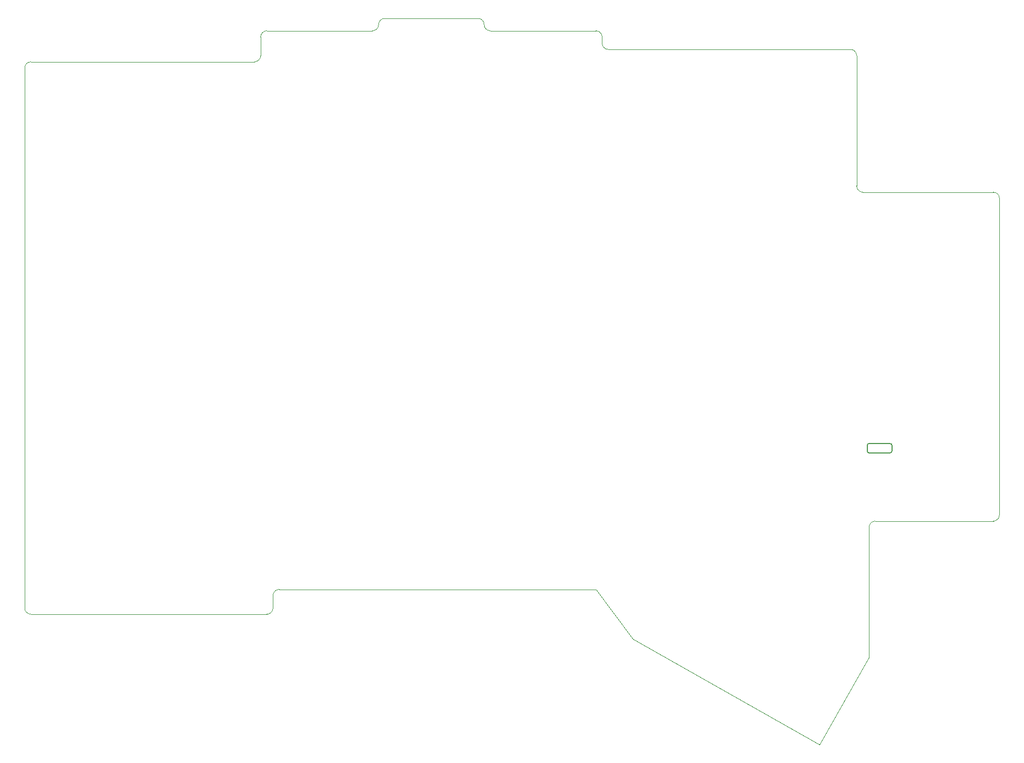
<source format=gbr>
G04 #@! TF.GenerationSoftware,KiCad,Pcbnew,(6.0.1-0)*
G04 #@! TF.CreationDate,2022-02-27T00:26:46+08:00*
G04 #@! TF.ProjectId,nut-kb,6e75742d-6b62-42e6-9b69-6361645f7063,rev?*
G04 #@! TF.SameCoordinates,Original*
G04 #@! TF.FileFunction,Profile,NP*
%FSLAX46Y46*%
G04 Gerber Fmt 4.6, Leading zero omitted, Abs format (unit mm)*
G04 Created by KiCad (PCBNEW (6.0.1-0)) date 2022-02-27 00:26:46*
%MOMM*%
%LPD*%
G01*
G04 APERTURE LIST*
G04 #@! TA.AperFunction,Profile*
%ADD10C,0.100000*%
G04 #@! TD*
G04 #@! TA.AperFunction,Profile*
%ADD11C,0.150000*%
G04 #@! TD*
G04 APERTURE END LIST*
D10*
X174000000Y-201000000D02*
G75*
G03*
X173000000Y-202000000I-1J-999999D01*
G01*
X130000000Y-124000000D02*
G75*
G03*
X131000000Y-125000000I999999J-1D01*
G01*
X130000000Y-123000000D02*
G75*
G03*
X129000000Y-122000000I-999999J1D01*
G01*
X111000000Y-121000000D02*
G75*
G03*
X112000000Y-122000000I999999J-1D01*
G01*
X111000000Y-121000000D02*
G75*
G03*
X110000000Y-120000000I-999999J1D01*
G01*
X95000000Y-120000000D02*
G75*
G03*
X94000000Y-121000000I-1J-999999D01*
G01*
X93000000Y-122000000D02*
G75*
G03*
X94000000Y-121000000I1J999999D01*
G01*
X76000000Y-122000000D02*
G75*
G03*
X75000000Y-123000000I-1J-999999D01*
G01*
X74000000Y-127000000D02*
G75*
G03*
X75000000Y-126000000I1J999999D01*
G01*
X38000000Y-127000000D02*
G75*
G03*
X37000000Y-128000000I-1J-999999D01*
G01*
X37000000Y-215000000D02*
G75*
G03*
X38000000Y-216000000I999999J-1D01*
G01*
X76000000Y-216000000D02*
G75*
G03*
X77000000Y-215000000I1J999999D01*
G01*
X78000000Y-212000000D02*
G75*
G03*
X77000000Y-213000000I-1J-999999D01*
G01*
X193000000Y-201000000D02*
G75*
G03*
X194000000Y-200000000I1J999999D01*
G01*
X174000000Y-201000000D02*
X193000000Y-201000000D01*
X173000000Y-223000000D02*
X173000000Y-202000000D01*
X165000000Y-237000000D02*
X173000000Y-223000000D01*
X194000000Y-149000000D02*
G75*
G03*
X193000000Y-148000000I-999999J1D01*
G01*
X171000000Y-147000000D02*
G75*
G03*
X172000000Y-148000000I999999J-1D01*
G01*
X171000000Y-126000000D02*
G75*
G03*
X170000000Y-125000000I-1000000J0D01*
G01*
X170000000Y-125000000D02*
X168000000Y-125000000D01*
X171000000Y-147000000D02*
X171000000Y-126000000D01*
X193000000Y-148000000D02*
X172000000Y-148000000D01*
X37000000Y-215000000D02*
X37000000Y-128000000D01*
X76000000Y-216000000D02*
X38000000Y-216000000D01*
X77000000Y-213000000D02*
X77000000Y-215000000D01*
X129000000Y-212000000D02*
X78000000Y-212000000D01*
X135000000Y-220000000D02*
X129000000Y-212000000D01*
X165000000Y-237000000D02*
X135000000Y-220000000D01*
X194000000Y-149000000D02*
X194000000Y-200000000D01*
X131000000Y-125000000D02*
X168000000Y-125000000D01*
X130000000Y-123000000D02*
X130000000Y-124000000D01*
X112000000Y-122000000D02*
X129000000Y-122000000D01*
X95000000Y-120000000D02*
X110000000Y-120000000D01*
X76000000Y-122000000D02*
X93000000Y-122000000D01*
X75000000Y-126000000D02*
X75000000Y-123000000D01*
X38000000Y-127000000D02*
X74000000Y-127000000D01*
D11*
X176400000Y-190000000D02*
G75*
G03*
X176700000Y-189700000I0J300000D01*
G01*
X173000000Y-188512000D02*
G75*
G03*
X172700000Y-188812000I0J-300000D01*
G01*
X176700000Y-188812000D02*
X176700000Y-189700000D01*
X172700000Y-189700000D02*
X172700000Y-188812000D01*
X173000000Y-190000000D02*
X176400000Y-190000000D01*
X173000000Y-188512000D02*
X176400000Y-188512000D01*
X172700000Y-189700000D02*
G75*
G03*
X173000000Y-190000000I300000J0D01*
G01*
X176700000Y-188812000D02*
G75*
G03*
X176400000Y-188512000I-300000J0D01*
G01*
M02*

</source>
